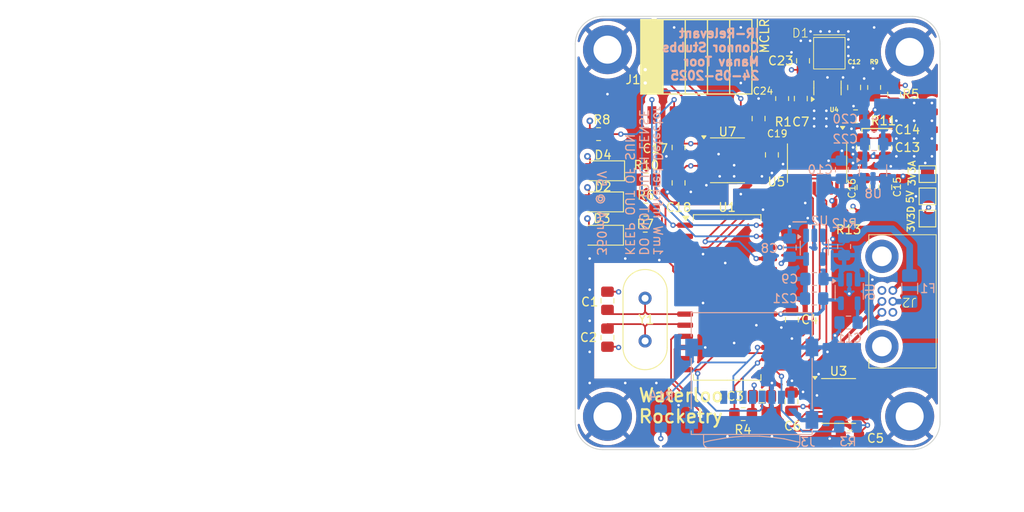
<source format=kicad_pcb>
(kicad_pcb (version 20240108) (generator "pcbnew") (generator_version "8.0")
  (layers (0 "F.Cu" jumper) (1 "In1.Cu" signal) (2 "In2.Cu" signal) (31 "B.Cu" signal) (34 "B.Paste" user) (35 "F.Paste" user) (36 "B.SilkS" user "B.Silkscreen") (37 "F.SilkS" user "F.Silkscreen") (38 "B.Mask" user) (39 "F.Mask" user) (44 "Edge.Cuts" user))
  (net 0 "")
  (net 1 "/OSC1")
  (net 2 "/OSC2")
  (net 3 "+3V3D")
  (net 4 "Net-(U5-CH0)")
  (net 5 "+5V")
  (net 6 "Net-(D2-K)")
  (net 7 "Net-(D3-K)")
  (net 8 "Net-(D1-A)")
  (net 9 "/~{MCLR}")
  (net 10 "/ICSPCLK")
  (net 11 "/ICSPDAT")
  (net 12 "/CS_SD")
  (net 13 "Net-(U1-RA2)")
  (net 14 "/CS_ADC")
  (net 16 "AGND")
  (net 17 "Net-(U6-BP)")
  (net 18 "Net-(U4-+)")
  (net 20 "/CANRX")
  (net 22 "/CANTX")
  (net 23 "Net-(D4-K)")
  (net 25 "Net-(U5-AVDD)")
  (net 26 "Net-(U5-DVDD)")
  (net 28 "/CURR_SENSE")
  (net 29 "/CANL")
  (net 30 "/CANH")
  (net 31 "+3V3A")
  (net 32 "Net-(U5-REFIN+)")
  (net 33 "Net-(U2-IN+)")
  (net 34 "Net-(J2-Pin_5)")
  (net 36 "Net-(U1-RA3)")
  (net 37 "Net-(U1-RA4)")
  (net 38 "/SCLK")
  (net 39 "/IRQ{slash}MDAT")
  (net 41 "/MISO")
  (net 42 "/MOSI")
  (net 43 "/MCLKIN")
  (net 54 "GND")
  (footprint "Capacitor_SMD:C_0805_2012Metric_Pad1.18x1.45mm_HandSolder" (layer "F.Cu") (at 185.42 91.3345 -90)
    (property "Reference" "C2")
    (property "Value" "27pF")
  )
  (footprint "Resistor_SMD:R_0805_2012Metric_Pad1.20x1.40mm_HandSolder" (layer "F.Cu") (at 205.3844 64.008 -90)
    (property "Reference" "R1")
    (property "Value" "3.2M")
  )
  (footprint "Package_TO_SOT_SMD:SOT-23-5" (layer "F.Cu") (at 210.566 62.7875 90)
    (property "Reference" "U4")
    (property "Value" "OPA323")
  )
  (footprint "canhw:PinSocket_5x2.54_SMD_90deg_952-3198-1-ND" (layer "F.Cu") (at 190.5 65.8875)
    (property "Reference" "J1")
    (property "Value" "Programming Header")
  )
  (footprint "Capacitor_SMD:C_0805_2012Metric_Pad1.18x1.45mm_HandSolder" (layer "F.Cu") (at 203.073 98.044 180)
    (property "Reference" "C3")
    (property "Value" "4.7uF")
  )
  (footprint "Capacitor_SMD:C_0805_2012Metric_Pad1.18x1.45mm_HandSolder" (layer "F.Cu") (at 193.548 73.646 -90)
    (property "Reference" "C18")
    (property "Value" "2.2uF")
  )
  (footprint "Capacitor_SMD:C_0805_2012Metric_Pad1.18x1.45mm_HandSolder" (layer "F.Cu") (at 204.216 70.446 -90)
    (property "Reference" "C19")
    (property "Value" "2.2uF")
  )
  (footprint "Capacitor_SMD:C_0805_2012Metric_Pad1.18x1.45mm_HandSolder" (layer "F.Cu") (at 206.502 89.281 -90)
    (property "Reference" "C4")
    (property "Value" "0.1uF")
  )
  (footprint "Resistor_SMD:R_0805_2012Metric_Pad1.20x1.40mm_HandSolder" (layer "F.Cu") (at 213.36 77.343 180)
    (property "Reference" "R13")
    (property "Value" "10R")
  )
  (footprint "TestPoint:TestPoint_Pad_1.5x1.5mm" (layer "F.Cu") (at 221.996 77.724)
    (property "Reference" "3V3D")
    (property "Value" "3V3D")
  )
  (footprint "canhw:connector_Harwin_G125–MG10605M4P" (layer "F.Cu") (at 216.789 87.192 90)
    (property "Reference" "J2")
    (property "Value" "CAN Bus Connector")
  )
  (footprint "TestPoint:TestPoint_Pad_1.5x1.5mm" (layer "F.Cu") (at 221.996 75.184)
    (property "Reference" "5V")
    (property "Value" "5v")
  )
  (footprint "Capacitor_SMD:C_0805_2012Metric_Pad1.18x1.45mm_HandSolder" (layer "F.Cu") (at 214.68 74.1415 90)
    (property "Reference" "C16")
    (property "Value" "0.1uF")
  )
  (footprint "Resistor_SMD:R_0805_2012Metric_Pad1.20x1.40mm_HandSolder" (layer "F.Cu") (at 189.865 73.279)
    (property "Reference" "R10")
    (property "Value" "90R")
  )
  (footprint "Package_SO:SOIC-8_3.9x4.9mm_P1.27mm" (layer "F.Cu") (at 199.136 71.0635)
    (property "Reference" "U7")
    (property "Value" "MCP1501-30xSN")
  )
  (footprint "Resistor_SMD:R_0805_2012Metric_Pad1.20x1.40mm_HandSolder" (layer "F.Cu") (at 215.9 62.738 -90)
    (property "Reference" "R9")
    (property "Value" "287R")
  )
  (footprint "Capacitor_SMD:C_0805_2012Metric_Pad1.18x1.45mm_HandSolder" (layer "F.Cu") (at 206.4512 98.6536 -90)
    (property "Reference" "C6")
    (property "Value" "10uF")
  )
  (footprint "Resistor_SMD:R_0805_2012Metric_Pad1.20x1.40mm_HandSolder" (layer "F.Cu") (at 218.186 63.5 -90)
    (property "Reference" "R5")
    (property "Value" "9.31k")
  )
  (footprint "LED_SMD:LED_1206_3216Metric_Pad1.42x1.75mm_HandSolder" (layer "F.Cu") (at 184.785 79.629 180)
    (property "Reference" "D3")
    (property "Value" "GREEN")
  )
  (footprint "Resistor_SMD:R_0805_2012Metric_Pad1.20x1.40mm_HandSolder" (layer "F.Cu") (at 189.7995 76.708)
    (property "Reference" "R6")
    (property "Value" "150R")
  )
  (footprint "Package_SO:SOIC-8_3.9x4.9mm_P1.27mm" (layer "F.Cu") (at 211.836 98.5735)
    (property "Reference" "U3")
    (property "Value" "MCP2562")
  )
  (footprint "Capacitor_SMD:C_0805_2012Metric_Pad1.18x1.45mm_HandSolder" (layer "F.Cu") (at 217.17 74.1465 90)
    (property "Reference" "C15")
    (property "Value" "0.1uF")
  )
  (footprint "Capacitor_SMD:C_0805_2012Metric_Pad1.18x1.45mm_HandSolder" (layer "F.Cu") (at 207.772 59.69 90)
    (property "Reference" "C23")
    (property "Value" "0.1uF")
  )
  (footprint "Resistor_SMD:R_0805_2012Metric_Pad1.20x1.40mm_HandSolder" (layer "F.Cu") (at 189.738 80.01)
    (property "Reference" "R7")
    (property "Value" "150R")
  )
  (footprint "MountingHole:MountingHole_3.2mm_M3_DIN965_Pad" (layer "F.Cu") (at 219.964 58.674)
    (property "Reference" "H1" (hide yes))
    (property "Value" "MountingHole_Pad")
  )
  (footprint "MountingHole:MountingHole_3.2mm_M3_DIN965_Pad" (layer "F.Cu") (at 185.42 58.42)
    (property "Reference" "H4" (hide yes))
    (property "Value" "MountingHole_Pad")
  )
  (footprint "Resistor_SMD:R_0805_2012Metric_Pad1.20x1.40mm_HandSolder" (layer "F.Cu") (at 200.93 100.076 180)
    (property "Reference" "R4")
    (property "Value" "10kR")
  )
  (footprint "MountingHole:MountingHole_3.2mm_M3_DIN965_Pad" (layer "F.Cu") (at 185.42 100.33)
    (property "Reference" "H3" (hide yes))
    (property "Value" "MountingHole_Pad")
  )
  (footprint "SensorBoardFootprints:P16612-011CA" (layer "F.Cu") (at 217.7796 58.7248 -90)
    (property "Reference" "D1")
    (property "Value" "P16612-011CA")
  )
  (footprint "Capacitor_SMD:C_0805_2012Metric_Pad1.18x1.45mm_HandSolder" (layer "F.Cu") (at 213.1353 102.7176)
    (property "Reference" "C5")
    (property "Value" "0.1uF")
  )
  (footprint "Capacitor_SMD:C_0805_2012Metric_Pad1.18x1.45mm_HandSolder" (layer "F.Cu") (at 185.42 87.122 90)
    (property "Reference" "C1")
    (property "Value" "27pF")
  )
  (footprint "Capacitor_SMD:C_0805_2012Metric_Pad1.18x1.45mm_HandSolder" (layer "F.Cu") (at 202.692 66.294 90)
    (property "Reference" "C24")
    (property "Value" "10uF")
  )
  (footprint "LED_SMD:LED_1206_3216Metric_Pad1.42x1.75mm_HandSolder" (layer "F.Cu") (at 184.785 75.819 180)
    (property "Reference" "D2")
    (property "Value" "RED")
  )
  (footprint "Package_SO:TSSOP-20_4.4x6.5mm_P0.65mm" (layer "F.Cu") (at 209.375 71.386 -90)
    (property "Reference" "U5")
    (property "Value" "MCP3561-E/ST")
  )
  (footprint "Capacitor_SMD:C_0805_2012Metric_Pad1.18x1.45mm_HandSolder" (layer "F.Cu") (at 217.17 69.6225 90)
    (property "Reference" "C13")
    (property "Value" "0.1uF")
  )
  (footprint "MountingHole:MountingHole_3.2mm_M3_DIN965_Pad" (layer "F.Cu") (at 219.964 100.33)
    (property "Reference" "H2" (hide yes))
    (property "Value" "MountingHole_Pad")
  )
  (footprint "Resistor_SMD:R_0805_2012Metric_Pad1.20x1.40mm_HandSolder" (layer "F.Cu") (at 184.404 68.072)
    (property "Reference" "R8")
    (property "Value" "10kR")
  )
  (footprint "Capacitor_SMD:C_0805_2012Metric_Pad1.18x1.45mm_HandSolder" (layer "F.Cu") (at 214.63 69.6175 90)
    (property "Reference" "C14")
    (property "Value" "0.1uF")
  )
  (footprint "LED_SMD:LED_1206_3216Metric_Pad1.42x1.75mm_HandSolder" (layer "F.Cu") (at 184.912 72.263 180)
    (property "Reference" "D4")
    (property "Value" "BLUE")
  )
  (footprint "Resistor_SMD:R_0805_2012Metric_Pad1.20x1.40mm_HandSolder" (layer "F.Cu") (at 213.775 66.04 180)
    (property "Reference" "R11")
    (property "Value" "10R")
  )
  (footprint "Capacitor_SMD:C_0805_2012Metric_Pad1.18x1.45mm_HandSolder" (layer "F.Cu") (at 193.548 69.596 -90)
    (property "Reference" "C17")
    (property "Value" "0.1uF")
  )
  (footprint "Crystal:Crystal_HC49-4H_Vertical" (layer "F.Cu") (at 189.72 86.8315 -90)
    (property "Reference" "Y1")
    (property "Value" "12MHz Crystal")
  )
  (footprint "Capacitor_SMD:C_0805_2012Metric_Pad1.18x1.45mm_HandSolder" (layer "F.Cu") (at 213.614 62.738 -90)
    (property "Reference" "C12")
    (property "Value" "1uF")
  )
  (footprint "Capacitor_SMD:C_0805_2012Metric_Pad1.18x1.45mm_HandSolder" (layer "F.Cu") (at 207.518 64.008 -90)
    (property "Reference" "C7")
    (property "Value" "4.7pF")
  )
  (footprint "TestPoint:TestPoint_Pad_1.5x1.5mm" (layer "F.Cu") (at 221.996 72.644)
    (property "Reference" "3V3A")
    (property "Value" "3V3A")
  )
  (footprint "Package_SO:SOIC-28W_7.5x18.7mm_P1.27mm" (layer "F.Cu") (at 199.1 86.741)
    (property "Reference" "U1")
    (property "Value" "PIC18F26K83")
  )
  (footprint "Package_TO_SOT_SMD:SOT-23-5_HandSoldering" (layer "B.Cu") (at 209.0674 81.0006 -90)
    (property "Reference" "U2")
    (property "Value" "INA180")
  )
  (footprint "Capacitor_SMD:C_0805_2012Metric_Pad1.18x1.45mm_HandSolder" (layer "B.Cu") (at 215.9 67.056 180)
    (property "Reference" "C20")
    (property "Value" "0.1uF")
  )
  (footprint "Capacitor_SMD:C_0805_2012Metric_Pad1.18x1.45mm_HandSolder" (layer "B.Cu") (at 212.217 72.136 90)
    (property "Reference" "C10")
    (property "Value" "0.1uF")
  )
  (footprint "Capacitor_SMD:C_0805_2012Metric_Pad1.18x1.45mm_HandSolder" (layer "B.Cu") (at 206.248 81.0476 90)
    (property "Reference" "C8")
    (property "Value" "0.1uF")
  )
  (footprint "Resistor_SMD:R_0805_2012Metric_Pad1.20x1.40mm_HandSolder" (layer "B.Cu") (at 212.9028 101.4984 180)
    (property "Reference" "R3")
    (property "Value" "10kR")
  )
  (footprint "Capacitor_SMD:C_0805_2012Metric_Pad1.18x1.45mm_HandSolder" (layer "B.Cu") (at 212.9751 89.6112 180)
    (property "Reference" "C11")
    (property "Value" "10nF")
  )
  (footprint "Capacitor_SMD:C_0805_2012Metric_Pad1.18x1.45mm_HandSolder" (layer "B.Cu") (at 209.0713 84.6328 180)
    (property "Reference" "C9")
    (property "Value" "1uF")
  )
  (footprint "canhw:microSD_Molex_WM6698CT-ND" (layer "B.Cu") (at 208.788 100.756 180)
    (property "Reference" "J3")
    (property "Value" "Micro_SD_Card")
  )
  (footprint "Capacitor_SMD:C_0805_2012Metric_Pad1.18x1.45mm_HandSolder" (layer "B.Cu") (at 209.042 86.868 180)
    (property "Reference" "C21")
    (property "Value" "1uF")
  )
  (footprint "Fuse:Fuse_1206_3216Metric_Pad1.42x1.75mm_HandSolder" (layer "B.Cu") (at 219.964 85.725 90)
    (property "Reference" "F1")
    (property "Value" "350mA Polyfuse")
  )
  (footprint "Package_TO_SOT_SMD:SOT-23-5_HandSoldering" (layer "B.Cu") (at 213.0552 86.0552 -90)
    (property "Reference" "U6")
    (property "Value" "SPX3819M5-L-3-3")
  )
  (footprint "Resistor_SMD:R_0805_2012Metric_Pad1.20x1.40mm_HandSolder" (layer "B.Cu") (at 191.516 100.584 90)
    (property "Reference" "R14")
    (property "Value" "10kR")
  )
  (footprint "Capacitor_SMD:C_0805_2012Metric_Pad1.18x1.45mm_HandSolder" (layer "B.Cu") (at 215.9 69.215 180)
    (property "Reference" "C22")
    (property "Value" "10uF")
  )
  (footprint "Resistor_SMD:R_0805_2012Metric_Pad1.20x1.40mm_HandSolder" (layer "B.Cu") (at 212.471 80.915 90)
    (property "Reference" "R12")
    (property "Value" "93.1mR")
  )
  (footprint "Package_TO_SOT_SMD:SOT-23" (layer "B.Cu") (at 215.773 72.2145 -90)
    (property "Reference" "U8")
    (property "Value" "MCP1754S-3302xCB")
  )
  (gr_line (start 208.153 78.105) (end 206.629 78.105) (stroke (width 0.15)) (layer "B.SilkS"))
  (gr_line (start 214.503 67.437) (end 214.503 67.818) (stroke (width 0.15)) (layer "F.SilkS"))
  (gr_line (start 217.932 67.437) (end 214.503 67.437) (stroke (width 0.15)) (layer "F.SilkS"))
  (gr_line (start 220.258936 104.14) (end 184.912 104.14) (stroke (width 0.1)) (layer "Edge.Cuts"))
  (gr_arc (start 220.258936 54.61) (mid 222.504 55.539936) (end 223.433936 57.785) (stroke (width 0.1)) (layer "Edge.Cuts"))
  (gr_arc (start 184.912 104.14) (mid 182.666936 103.210064) (end 181.737 100.965) (stroke (width 0.1)) (layer "Edge.Cuts"))
  (gr_arc (start 181.737 57.785) (mid 182.666936 55.539936) (end 184.912 54.61) (stroke (width 0.1)) (layer "Edge.Cuts"))
  (gr_line (start 184.912 54.61) (end 220.258936 54.61) (stroke (width 0.1)) (layer "Edge.Cuts"))
  (gr_line (start 181.737 100.965) (end 181.737 57.785) (stroke (width 0.1)) (layer "Edge.Cuts"))
  (gr_line (start 223.433936 57.785) (end 223.433936 100.965) (stroke (width 0.1)) (layer "Edge.Cuts"))
  (gr_arc (start 223.433936 100.965) (mid 222.504 103.210064) (end 220.258936 104.14) (stroke (width 0.1)) (layer "Edge.Cuts"))
  (gr_text "IR-Relevant\nConnor Stubbs\nManav Toor\n24-05-2025\n" (at 202.8952 61.976 0) (layer "B.SilkS") (effects (font (size 1 1) (thickness 0.25) (bold yes)) (justify left bottom mirror)))
  (gr_text "1mW Infrared Detector\nDO NOT TOUCH LENSE\nKEEP OUT OF SUN\n\n350mA @ 5V " (at 184.15 82.042 270) (layer "B.SilkS") (effects (font (size 1 1)) (justify left bottom mirror)))
  (gr_text "~{MCLR}" (at 203.962 58.928 90) (layer "F.SilkS") (effects (font (size 1 1)) (justify left bottom)))
  (gr_text "Waterloo \nRocketry" (at 188.849 101.219 0) (layer "F.SilkS") (effects (font (size 1.5 1.5) (thickness 0.25) (bold yes)) (justify left bottom)))
  (segment (start 189.72 86.8315) (end 189.72 88.247) (width 0.2032) (layer "F.Cu") (net 1))
  (segment (start 189.72 88.247) (end 189.72 88.374) (width 0.2032) (layer "F.Cu") (net 1))
  (segment (start 189.992 88.646) (end 194.3 88.646) (width 0.2032) (layer "F.Cu") (net 1))
  (segment (start 189.72 88.41) (end 189.484 88.646) (width 0.2032) (layer "F.Cu") (net 1))
  (segment (start 189.484 88.646) (end 185.42 88.646) (width 0.2032) (layer "F.Cu") (net 1))
  (segment (start 189.72 88.374) (end 189.992 88.646) (width 0.2032) (layer "F.Cu") (net 1))
  (segment (start 185.42 88.646) (end 185.42 88.1595) (width 0.2032) (layer "F.Cu") (net 1))
  (segment (start 189.72 88.247) (end 189.72 88.41) (width 0.2032) (layer "F.Cu") (net 1))
  (segment (start 189.72 91.7115) (end 189.72 90.188) (width 0.2032) (layer "F.Cu") (net 2))
  (segment (start 189.992 89.789) (end 194.173 89.789) (width 0.2032) (layer "F.Cu") (net 2))
  (segment (start 189.72 90.061) (end 189.448 89.789) (width 0.2032) (layer "F.Cu") (net 2))
  (segment (start 189.72 90.061) (end 189.992 89.789) (width 0.2032) (layer "F.Cu") (net 2))
  (segment (start 185.42 89.789) (end 185.42 90.4025) (width 0.2032) (layer "F.Cu") (net 2))
  (segment (start 189.448 89.789) (end 185.42 89.789) (width 0.2032) (layer "F.Cu") (net 2))
  (segment (start 189.72 90.188) (end 189.72 90.061) (width 0.2032) (layer "F.Cu") (net 2))
  (segment (start 194.173 89.789) (end 194.3 89.916) (width 0.2032) (layer "F.Cu") (net 2))
  (segment (start 222.123 76.454) (end 221.742 76.835) (width 0.2032) (layer "F.Cu") (net 3))
  (segment (start 214.3975 102.0865) (end 215.138 101.346) (width 0.2032) (layer "F.Cu") (net 3))
  (segment (start 203.9 88.646) (end 205.232 88.646) (width 0.2032) (layer "F.Cu") (net 3))
  (segment (start 192.9385 60.706) (end 189.738 60.706) (width 0.2032) (layer "F.Cu") (net 3))
  (segment (start 198.12 65.8875) (end 192.9385 60.706) (width 0.2032) (layer "F.Cu") (net 3))
  (segment (start 214.311 100.519) (end 215.138 101.346) (width 0.2032) (layer "F.Cu") (net 3))
  (segment (start 221.742 76.835) (end 221.742 77.724) (width 0.2032) (layer "F.Cu") (net 3))
  (segment (start 202.0355 98.044) (end 202.0355 99.9705) (width 0.381) (layer "F.Cu") (net 3))
  (segment (start 202.168 96.79) (end 202.184 96.774) (width 0.2032) (layer "F.Cu") (net 3))
  (segment (start 214.36 77.2) (end 214.36 77.343) (width 0.2032) (layer "F.Cu") (net 3))
  (segment (start 202.0355 98.1765) (end 202.168 98.044) (width 0.381) (layer "F.Cu") (net 3))
  (segment (start 202.168 98.044) (end 202.168 96.79) (width 0.2032) (layer "F.Cu") (net 3))
  (segment (start 202.0355 99.9705) (end 201.93 100.076) (width 0.381) (layer "F.Cu") (net 3))
  (segment (start 206.502 88.2435) (end 205.6345 88.2435) (width 0.2032) (layer "F.Cu") (net 3))
  (segment (start 183.404 68.072) (end 183.404 66.564) (width 0.2032) (layer "F.Cu") (net 3))
  (segment (start 214.311 100.4785) (end 214.311 100.519) (width 0.2032) (layer "F.Cu") (net 3))
  (segment (start 213.487 76.327) (end 214.36 77.2) (width 0.2032) (layer "F.Cu") (net 3))
  (segment (start 214.3975 102.616) (end 214.3975 102.0865) (width 0.2032) (layer "F.Cu") (net 3))
  (segment (start 205.6345 88.2435) (end 205.232 88.646) (width 0.2032) (layer "F.Cu") (net 3))
  (via (at 205.2828 82.8548) (size 0.6) (drill 0.3) (layers "F.Cu" "B.Cu") (net 3))
  (via (at 215.138 101.346) (size 0.6) (drill 0.3) (layers "F.Cu" "B.Cu") (net 3))
  (via (at 213.487 76.327) (size 0.6) (drill 0.3) (layers "F.Cu" "B.Cu") (net 3))
  (via (at 183.404 66.564) (size 0.762) (drill 0.381) (layers "F.Cu" "B.Cu") (net 3))
  (via (at 191.516 102.87) (size 0.6) (drill 0.3) (layers "F.Cu" "B.Cu") (net 3))
  (via (at 205.232 88.646) (size 0.6) (drill 0.3) (layers "F.Cu" "B.Cu") (net 3))
  (via (at 202.184 96.774) (size 0.6) (drill 0.3) (layers "F.Cu" "B.Cu") (net 3))
  (via (at 189.738 60.706) (size 0.762) (drill 0.381) (layers "F.Cu" "B.Cu") (net 3))
  (via (at 222.123 76.454) (size 0.6) (drill 0.3) (layers "F.Cu" "B.Cu") (net 3))
  (segment (start 210.0795 88.0657) (end 209.4992 88.646) (width 0.381) (layer "B.Cu") (net 3))
  (segment (start 205.2828 82.8548) (end 205.956041 82.181559) (width 0.381) (layer "B.Cu") (net 3))
  (segment (start 213.9028 101.4984) (end 214.0552 101.346) (width 0.2032) (layer "B.Cu") (net 3))
  (segment (start 211.7204 87.0204) (end 210.2319 87.0204) (width 0.381) (layer "B.Cu") (net 3))
  (segment (start 210.0795 86.868) (end 210.0795 88.0657) (width 0.381) (layer "B.Cu") (net 3))
  (segment (start 202.184 96.774) (end 202.184 97.98) (width 0.2032) (layer "B.Cu") (net 3))
  (segment (start 210.2319 87.0204) (end 210.0795 86.868) (width 0.381) (layer "B.Cu") (net 3))
  (segment (start 206.0525 82.0851) (end 206.248 82.0851) (width 0.2032) (layer "B.Cu") (net 3))
  (segment (start 212.1052 87.4052) (end 211.7204 87.0204) (width 0.381) (layer "B.Cu") (net 3))
  (segment (start 191.516 102.87) (end 191.516 101.584) (width 0.2032) (layer "B.Cu") (net 3))
  (segment (start 209.4992 88.646) (end 205.232 88.646) (width 0.381) (layer "B.Cu") (net 3))
  (segment (start 214.0552 101.346) (end 215.138 101.346) (width 0.2032) (layer "B.Cu") (net 3))
  (segment (start 205.2828 82.8548) (end 206.0525 82.0851) (width 0.2032) (layer "B.Cu") (net 3))
  (segment (start 205.956041 82.181559) (end 207.948359 82.181559) (width 0.381) (layer "B.Cu") (net 3))
  (segment (start 207.948359 82.181559) (end 208.1174 82.3506) (width 0.2032) (layer "B.Cu") (net 3))
  (segment (start 202.184 97.98) (end 202.008 98.156) (width 0.2032) (layer "B.Cu") (net 3))
  (segment (start 207.518 65.0455) (end 208.4955 65.0455) (width 0.2032) (layer "F.Cu") (net 4))
  (segment (start 209.7 64.009) (end 209.7 68.5235) (width 0.2032) (layer "F.Cu") (net 4))
  (segment (start 205.3844 65.008) (end 207.143 65.008) (width 0.2032) (layer "F.Cu") (net 4))
  (segment (start 208.4955 65.0455) (end 209.616 63.925) (width 0.2032) (layer "F.Cu") (net 4))
  (segment (start 209.616 63.925) (end 209.7 64.009) (width 0.2032) (layer "F.Cu") (net 4))
  (segment (start 209.616 64.582) (end 209.616 63.925) (width 0.2032) (layer "F.Cu") (net 4))
  (segment (start 183.4245 70.9025) (end 183.4245 72.263) (width 0.2032) (layer "F.Cu") (net 5))
  (segment (start 221.742 75.184) (end 220.6752 75.184) (width 0.2032) (layer "F.Cu") (net 5))
  (segment (start 206.4512 99.6911) (end 206.9338 99.2085) (width 0.2032) (layer "F.Cu") (net 5))
  (segment (start 183.134 70.612) (end 183.4245 70.9025) (width 0.2032) (layer "F.Cu") (net 5))
  (segment (start 206.9338 99.2085) (end 207.772 99.2085) (width 0.2032) (layer "F.Cu") (net 5))
  (segment (start 183.2975 74.3315) (end 183.2975 75.819) (width 0.2032) (layer "F.Cu") (net 5))
  (segment (start 183.2975 77.8875) (end 183.2975 79.629) (width 0.2032) (layer "F.Cu") (net 5))
  (segment (start 183.134 77.724) (end 183.2975 77.8875) (width 0.2032) (layer "F.Cu") (net 5))
  (segment (start 183.134 74.168) (end 183.2975 74.3315) (width 0.2032) (layer "F.Cu") (net 5))
  (segment (start 207.772 99.2085) (end 209.361 99.2085) (width 0.2032) (layer "F.Cu") (net 5))
  (via (at 220.6752 75.184) (size 0.6) (drill 0.3) (layers "F.Cu" "B.Cu") (net 5))
  (via (at 183.134 77.724) (size 0.762) (drill 0.381) (layers "F.Cu" "B.Cu") (net 5))
  (via (at 215.6968 84.7052) (size 0.6) (drill 0.3) (layers "F.Cu" "B.Cu") (net 5))
  (via (at 183.134 70.612) (size 0.762) (drill 0.381) (layers "F.Cu" "B.Cu") (net 5))
  (via (at 207.772 99.2085) (size 0.6) (drill 0.3) (layers "F.Cu" "B.Cu") (net 5))
  (via (at 183.134 74.168) (size 0.762) (drill 0.381) (layers "F.Cu" "B.Cu") (net 5))
  (segment (start 212.1052 83.925201) (end 212.515201 83.5152) (width 0.381) (layer "B.Cu") (net 5))
  (segment (start 212.515201 83.5152) (end 213.614 83.5152) (width 0.381) (layer "B.Cu") (net 5))
  (segment (start 210.0174 82.3506) (end 210.0174 81.2698) (width 0.2032) (layer "B.Cu") (net 5))
  (segment (start 212.2006 81.1138) (end 212.471 81.3842) (width 0.2032) (layer "B.Cu") (net 5))
  (segment (start 212.1052 84.7052) (end 212.1052 83.925201) (width 0.381) (layer "B.Cu") (net 5))
  (segment (start 213.614 83.5152) (end 214.0052 83.9064) (width 0.381) (layer "B.Cu") (net 5))
  (segment (start 210.1734 81.1138) (end 212.2006 81.1138) (width 0.2032) (layer "B.Cu") (net 5))
  (segment (start 214.0052 83.9064) (end 214.0052 84.7052) (width 0.381) (layer "B.Cu") (net 5))
  (segment (start 212.471 81.3842) (end 212.471 81.915) (width 0.2032) (layer "B.Cu") (net 5))
  (segment (start 210.0174 81.2698) (end 210.1734 81.1138) (width 0.2032) (layer "B.Cu") (net 5))
  (segment (start 215.6968 84.7052) (end 214.0052 84.7052) (width 0.508) (layer "B.Cu") (net 5))
  (segment (start 186.2725 75.819) (end 187.452 75.819) (width 0.2032) (layer "F.Cu") (net 6))
  (segment (start 188.341 76.708) (end 188.7995 76.708) (width 0.2032) (layer "F.Cu") (net 6))
  (segment (start 187.452 75.819) (end 188.341 76.708) (width 0.2032) (layer "F.Cu") (net 6))
  (segment (start 186.2725 79.629) (end 188.357 79.629) (width 0.2032) (layer "F.Cu") (net 7))
  (segment (start 188.357 79.629) (end 188.738 80.01) (width 0.2032) (layer "F.Cu") (net 7))
  (segment (start 209.260658 62.9705) (end 205.4219 62.9705) (width 0.2032) (layer "F.Cu") (net 8))
  (segment (start 210.9431 62.9705) (end 210.9303 62.9577) (width 0.2032) (layer "F.Cu") (net 8))
  (segment (start 210.9303 62.9577) (end 209.273458 62.9577) (width 0.2032) (layer "F.Cu") (net 8))
  (segment (start 211.516 61.65) (end 211.516 60.4612) (width 0.508) (layer "F.Cu") (net 8))
  (segment (start 209.273458 62.9577) (end 209.260658 62.9705) (width 0.2032) (layer "F.Cu") (net 8))
  (segment (start 205.4219 62.9705) (end 205.3844 63.008) (width 0.2032) (layer "F.Cu") (net 8))
  (segment (start 211.516 61.65) (end 211.516 62.3976) (width 0.2032) (layer "F.Cu") (net 8))
  (segment (start 210.318 59.452) (end 210.5908 59.7248) (width 0.2032) (layer "F.Cu") (net 8))
  (segment (start 211.516 62.3976) (end 210.9431 62.9705) (width 0.2032) (layer "F.Cu") (net 8))
  (segment (start 210.5908 59.7248) (end 210.7796 59.7248) (width 0.2032) (layer "F.Cu") (net 8))
  (segment (start 211.516 60.4612) (end 210.7796 59.7248) (width 0.508) (layer "F.Cu") (net 8))
  (segment (start 200.66 65.8875) (end 200.66 64.008) (width 0.2032) (layer "F.Cu") (net 9))
  (segment (start 194.3 78.486) (end 192.913 78.486) (width 0.2032) (layer "F.Cu") (net 9))
  (segment (start 185.404 68.072) (end 186.944 68.072) (width 0.2032) (layer "F.Cu") (net 9))
  (via (at 186.944 68.072) (size 0.6) (drill 0.3) (layers "F.Cu" "B.Cu") (net 9))
  (via (at 200.66 64.008) (size 0.6) (drill 0.3) (layers "F.Cu" "B.Cu") (net 9))
  (via (at 192.913 78.486) (size 0.6) (drill 0.3) (layers "F.Cu" "B.Cu") (net 9))
  (segment (start 192.913 78.486) (end 189.357 74.93) (width 0.2032) (layer "B.Cu") (net 9))
  (segment (start 190.119 63.119) (end 199.771 63.119) (width 0.2032) (layer "B.Cu") (net 9))
  (segment (start 189.357 74.93) (end 189.357 67.437) (width 0.2032) (layer "B.Cu") (net 9))
  (segment (start 189.357 63.881) (end 190.119 63.119) (width 0.2032) (layer "B.Cu") (net 9))
  (segment (start 188.722 68.072) (end 189.357 67.437) (width 0.2032) (layer "B.Cu") (net 9))
  (segment (start 199.771 63.119) (end 200.66 64.008) (width 0.2032) (layer "B.Cu") (net 9))
  (segment (start 186.944 68.072) (end 188.722 68.072) (width 0.2032) (layer "B.Cu") (net 9))
  (segment (start 189.357 67.437) (end 189.357 63.881) (width 0.2032) (layer "B.Cu") (net 9))
  (segment (start 203.9 79.756) (end 202.438 79.756) (width 0.2032) (layer "F.Cu") (net 10))
  (segment (start 190.5 65.8875) (end 190.5 64.135) (width 0.2032) (layer "F.Cu") (net 10))
  (via (at 202.438 79.756) (size 0.6) (drill 0.3) (layers "F.Cu" "B.Cu") (net 10))
  (via (at 190.5 64.135) (size 0.6) (drill 0.3) (layers "F.Cu" "B.Cu") (net 10))
  (segment (start 190.5 64.135) (end 190.5 74.803) (width 0.2032) (layer "B.Cu") (net 10))
  (segment (start 195.453 79.756) (end 202.438 79.756) (width 0.2032) (layer "B.Cu") (net 10))
  (segment (start 190.5 74.803) (end 195.453 79.756) (width 0.2032) (layer "B.Cu") (net 10))
  (segment (start 202.438 78.486) (end 202.311 78.486) (width 0.2032) (layer "F.Cu") (net 11))
  (segment (start 203.9 78.486) (end 202.438 78.486) (width 0.2032) (layer "F.Cu") (net 11))
  (segment (start 193.04 65.8875) (end 193.04 64.135) (width 0.2032) (layer "F.Cu") (net 11))
  (via (at 202.438 78.486) (size 0.6) (drill 0.3) (layers "F.Cu" "B.Cu") (net 11))
  (via (at 193.04 64.135) (size 0.6) (drill 0.3) (layers "F.Cu" "B.Cu") (net 11))
  (segment (start 191.008 74.295) (end 195.199 78.486) (width 0.2032) (layer "B.Cu") (net 11))
  (segment (start 195.199 78.486) (end 202.438 78.486) (width 0.2032) (layer "B.Cu") (net 11))
  (segment (start 193.04 64.135) (end 191.008 66.167) (width 0.2032) (layer "B.Cu") (net 11))
  (segment (start 191.008 66.167) (end 191.008 74.295) (width 0.2032) (layer "B.Cu") (net 11))
  (segment (start 202.565 92.456) (end 203.9 92.456) (width 0.2032) (layer "F.Cu") (net 12))
  (via (at 202.565 92.456) (size 0.6) (drill 0.3) (layers "F.Cu" "B.Cu") (net 12))
  (segment (start 201.3585 94.1705) (end 199.808 95.721) (width 0.2032) (layer "B.Cu") (net 12))
  (segment (start 202.565 92.456) (end 202.565 92.964) (width 0.2032) (layer "B.Cu") (net 12))
  (segment (start 191.516 98.788883) (end 196.134383 94.1705) (width 0.2032) (layer "B.Cu") (net 12))
  (segment (start 202.565 92.964) (end 201.3585 94.1705) (width 0.2032) (layer "B.Cu") (net 12))
  (segment (start 191.516 99.584) (end 191.516 98.788883) (width 0.2032) (layer "B.Cu") (net 12))
  (segment (start 199.808 95.721) (end 199.808 98.156) (width 0.2032) (layer "B.Cu") (net 12))
  (segment (start 196.134383 94.1705) (end 201.3585 94.1705) (width 0.2032) (layer "B.Cu") (net 12))
  (segment (start 190.881 73.295) (end 190.865 73.279) (width 0.2032) (layer "F.Cu") (net 13))
  (segment (start 192.0492 76.366166) (end 190.881 75.197966) (width 0.2032) (layer "F.Cu") (net 13))
  (segment (start 193.400001 82.296) (end 192.0492 80.945199) (width 0.2032) (layer "F.Cu") (net 13))
  (segment (start 194.3 82.296) (end 193.400001 82.296) (width 0.2032) (layer "F.Cu") (net 13))
  (segment (start 190.881 75.197966) (end 190.881 73.295) (width 0.2032) (layer "F.Cu") (net 13))
  (segment (start 192.0492 80.945199) (end 192.0492 76.366166) (width 0.2032) (layer "F.Cu") (net 13))
  (segment (start 207.75 74.985999) (end 207.043999 75.692) (width 0.2032) (layer "F.Cu") (net 14))
  (segment (start 197.866 84.836) (end 196.596 86.106) (width 0.2032) (layer "F.Cu") (net 14))
  (segment (start 207.75 74.2485) (end 207.75 74.985999) (width 0.2032) (layer "F.Cu") (net 14))
  (segment (start 203.2 75.692) (end 197.866 81.026) (width 0.2032) (layer "F.Cu") (net 14))
  (segment (start 207.043999 75.692) (end 203.2 75.692) (width 0.2032) (layer "F.Cu") (net 14))
  (segment (start 197.866 81.026) (end 197.866 84.836) (width 0.2032) (layer "F.Cu") (net 14))
  (segment (start 196.596 86.106) (end 194.3 86.106) (width 0.2032) (layer "F.Cu") (net 14))
  (segment (start 211.65 69.41) (end 211.65 68.5235) (width 0.2032) (layer "F.Cu") (net 16))
  (segment (start 211 69.776) (end 211.074 69.85) (width 0.2032) (layer "F.Cu") (net 16))
  (segment (start 212.217 69.977) (end 211.65 69.41) (width 0.2032) (layer "F.Cu") (net 16))
  (segment (start 209.05 67.191) (end 209.042 67.183) (width 0.2032) (layer "F.Cu") (net 16))
  (segment (start 210.566 63.925) (end 210.566 66.167) (width 0.5) (layer "F.Cu") (net 16))
  (segment (start 211 67.744) (end 210.439 67.183) (width 0.2032) (layer "F.Cu") (net 16))
  (segment (start 211.65 67.2282) (end 211.6952 67.183) (width 0.2032) (layer "F.Cu") (net 16))
  (segment (start 211.65 68.5235) (end 211.65 67.2282) (width 0.2032) (layer "F.Cu") (net 16))
  (segment (start 211 68.5235) (end 211 69.776) (width 0.2032) (layer "F.Cu") (net 16))
  (segment (start 211 68.5235) (end 211 67.744) (width 0.2032) (layer "F.Cu") (net 16))
  (segment (start 210.566 66.167) (end 210.439 66.294) (width 0.5) (layer "F.Cu") (net 16))
  (segment (start 209.05 68.5235) (end 209.05 67.191) (width 0.2032) (layer "F.Cu") (net 16))
  (via (at 215.773 60.579) (size 0.6) (drill 0.3) (layers "F.Cu" "B.Cu") (net 16))
  (via (at 210.566 61.595) (size 0.6) (drill 0.3) (layers "F.Cu" "B.Cu") (net 16))
  (via (at 210.693 71.12) (size 0.6) (drill 0.3) (layers "F.Cu" "B.Cu") (net 16))
  (via (at 213.543208 64.8716) (size 0.6) (drill 0.3) (layers "F.Cu" "B.Cu") (net 16))
  (via (at 204.216 72.517) (size 0.6) (drill 0.3) (layers "F.Cu" "B.Cu") (net 16))
  (via (at 208.5848 57.404) (size 0.6) (drill 0.3) (layers "F.Cu" "B.Cu") (net 16))
  (via (at 200.66 62.23) (size 0.6) (drill 0.3) (layers "F.Cu" "B.Cu") (net 16))
  (via (at 213.487 70.358) (size 0.6) (drill 0.3) (layers "F.Cu" "B.Cu") (net 16))
  (via (at 213.3092 67.4624) (size 0.6) (drill 0.3) (layers "F.Cu" "B.Cu") (net 16))
  (via (at 203.073 72.898) (size 0.6) (drill 0.3) (layers "F.Cu" "B.Cu") (net 16))
  (via (at 192.278 74.676) (size 0.6) (drill 0.3) (layers "F.Cu" "B.Cu") (net 16))
  (via (at 210.439 67.183) (size 0.6) (drill 0.3) (layers "F.Cu" "B.Cu") (net 16))
  (via (at 210.7946 56.3372) (size 0.6) (drill 0.3) (layers "F.Cu" "B.Cu") (net 16))
  (via (at 202.692 64.008) (size 0.6) (drill 0.3) (layers "F.Cu" "B.Cu") (net 16))
  (via (at 212.344 61.595) (size 0.6) (drill 0.3) (layers "F.Cu" "B.Cu") (net 16))
  (via (at 209.042 65.405) (size 0.6) (drill 0.3) (layers "F.Cu" "B.Cu") (net 16))
  (via (at 213.487 69.596) (size 0.6) (drill 0.3) (layers "F.Cu" "B.Cu") (net 16))
  (via (at 205.486 71.501) (size 0.6) (drill 0.3) (layers "F.Cu" "B.Cu") (net 16))
  (via (at 193.04 55.88) (size 0.6) (drill 0.3) (layers "F.Cu" "B.Cu") (net 16))
  (via (at 206.4512 58.7248) (size 0.6) (drill 0.3) (layers "F.Cu" "B.Cu") (net 16))
  (via (at 210.439 66.294) (size 0.6) (drill 0.3) (layers "F.Cu" "B.Cu") (net 16))
  (via (at 209.7786 56.3372) (size 0.6) (drill 0.3) (layers "F.Cu" "B.Cu") (net 16))
  (via (at 212.9536 59.1312) (size 0.6) (drill 0.3) (layers "F.Cu" "B.Cu") (net 16))
  (via (at 212.217 69.977) (size 0.6) (drill 0.3) (layers "F.Cu" "B.Cu") (net 16))
  (via (at 215.9 55.88) (size 0.6) (drill 0.3) (layers "F.Cu" "B.Cu") (net 16))
  (via (at 209.042 66.294) (size 0.6) (drill 0.3) (layers "F.Cu" "B.Cu") (net 16))
  (via (at 196.723 73.914) (size 0.6) (drill 0.3) (layers "F.Cu" "B.Cu") (net 16))
  (via (at 208.6356 56.3372) (size 0.6) (drill 0.3) (layers "F.Cu" "B.Cu") (net 16))
  (via (at 198.12 70.358) (size 0.6) (drill 0.3) (layers "F.Cu" "B.Cu") (net 16))
  (via (at 192.151 70.612) (size 0.6) (drill 0.3) (layers "F.Cu" "B.Cu") (net 16))
  (via (at 209.042 67.183) (size 0.6) (drill 0.3) (layers "F.Cu" "B.Cu") (net 16))
  (via (at 207.518 57.404) (size 0.6) (drill 0.3) (layers "F.Cu" "B.Cu") (net 16))
  (via (at 212.9536 57.2516) (size 0.6) (drill 0.3) (layers "F.Cu" "B.Cu") (net 16))
  (via (at 213.487 60.452) (size 0.6) (drill 0.3) (layers "F.Cu" "B.Cu") (net 16))
  (via (at 212.9536 56.3372) (size 0.6) (drill 0.3) (layers "F.Cu" "B.Cu") (net 16))
  (via (at 211.6952 67.183) (size 0.6) (drill 0.3) (layers "F.Cu" "B.Cu") (net 16))
  (via (at 212.9536 58.1152) (size 0.6) (drill 0.3) (layers "F.Cu" "B.Cu") (net 16))
  (via (at 198.247 72.898) (size 0.6) (drill 0.3) (layers "F.Cu" "B.Cu") (net 16))
  (via (at 199.898 72.898) (size 0.6) (drill 0.3) (layers "F.Cu" "B.Cu") (net 16))
  (via (at 210.439 65.405) (size 0.6) (drill 0.3) (layers "F.Cu" "B.Cu") (net 16))
  (via (at 215.773 70.612) (size 0.6) (drill 0.3) (layers "F.Cu" "B.Cu") (net 16))
  (via (at 214.757 61.722) (size 0.6) (drill 0.3) (layers "F.Cu" "B.Cu") (net 16))
  (via (at 194.945 74.676) (size 0.6) (drill 0.3) (layers "F.Cu" "B.Cu") (net 16))
  (via (at 213.487 71.374) (size 0.6) (drill 0.3) (layers "F.Cu" "B.Cu") (net 16))
  (via (at 200.66 55.88) (size 0.6) (drill 0.3) (layers "F.Cu" "B.Cu") (net 16))
  (via (at 211.8106 56.3372) (size 0.6) (drill 0.3) (layers "F.Cu" "B.Cu") (net 16))
  (via (at 199.898 71.628) (size 0.6) (drill 0.3) (layers "F.Cu" "B.Cu") (net 16))
  (segment (start 214.0052 87.4052) (end 214.0052 89.6038) (width 0.381) (layer "B.Cu") (net 17))
  (segment (start 214.0052 89.6038) (end 214.0126 89.6112) (width 0.381) (layer "B.Cu") (net 17))
  (segment (start 217.424 63.738) (end 215.9 63.738) (width 0.2032) (layer "F.Cu") (net 18))
  (segment (start 218.186 64.5) (end 217.424 63.738) (width 0.2032) (layer "F.Cu") (net 18))
  (segment (start 211.516 63.925) (end 215.713 63.925) (width 0.2032) (layer "F.Cu") (net 18))
  (segment (start 215.713 63.925) (end 215.9 63.738) (width 0.2032) (layer "F.Cu") (net 18))
  (segment (start 192.6888 91.5372) (end 192.6888 96.43002) (width 0.2032) (layer "F.Cu") (net 20))
  (segment (start 194.3 91.186) (end 193.04 91.186) (width 0.2032) (layer "F.Cu") (net 20))
  (segment (start 208.5594 101.981) (end 209.361 101.1794) (width 0.2032) (layer "F.Cu") (net 20))
  (segment (start 192.6888 96.43002) (end 198.23978 101.981) (width 0.2032) (layer "F.Cu") (net 20))
  (segment (start 209.361 101.1794) (end 209.361 100.4785) (width 0.2032) (layer "F.Cu") (net 20))
  (segment (start 193.04 91.186) (end 192.6888 91.5372) (width 0.2032) (layer "F.Cu") (net 20))
  (segment (start 198.23978 101.981) (end 208.5594 101.981) (width 0.2032) (layer "F.Cu") (net 20))
  (segment (start 206.5782 101.473) (end 198.306516 101.473) (width 0.2032) (layer "F.Cu") (net 22))
  (segment (start 210.335999 96.6685) (end 210.6408 96.973301) (width 0.2032) (layer "F.Cu") (net 22))
  (segment (start 193.294 92.456) (end 194.3 92.456) (width 0.2032) (layer "F.Cu") (net 22))
  (segment (start 209.361 96.6685) (end 210.335999 96.6685) (width 0.2032) (layer "F.Cu") (net 22))
  (segment (start 210.6408 96.973301) (end 210.6408 99.551042) (width 0.2032) (layer "F.Cu") (net 22))
  (segment (start 193.0952 96.261684) (end 193.0952 92.6548) (width 0.2032) (layer "F.Cu") (net 22))
  (segment (start 210.6408 99.551042) (end 210.369842 99.822) (width 0.2032) (layer "F.Cu") (net 22))
  (segment (start 198.306516 101.473) (end 193.0952 96.261684) (width 0.2032) (layer "F.Cu") (net 22))
  (segment (start 208.2292 99.822) (end 206.5782 101.473) (width 0.2032) (layer "F.Cu") (net 22))
  (segment (start 210.369842 99.822) (end 208.2292 99.822) (width 0.2032) (layer "F.Cu") (net 22))
  (segment (start 193.0952 92.6548) (end 193.294 92.456) (width 0.2032) (layer "F.Cu") (net 22))
  (segment (start 187.849 72.263) (end 188.865 73.279) (width 0.2032) (layer "F.Cu") (net 23))
  (segment (start 186.3995 72.263) (end 187.849 72.263) (width 0.2032) (layer "F.Cu") (net 23))
  (segment (start 212.3 66.515) (end 212.775 66.04) (width 0.2032) (layer "F.Cu") (net 25))
  (segment (start 217.1085 68.5235) (end 217.17 68.585) (width 0.2032) (layer "F.Cu") (net 25))
  (segment (start 212.3 68.5235) (end 217.1085 68.5235) (width 0.2032) (layer "F.Cu") (net 25))
  (segment (start 212.3 68.5235) (end 212.3 66.515) (width 0.2032) (layer "F.Cu") (net 25))
  (segment (start 212.3 74.2485) (end 212.3 76.775) (width 0.2032) (layer "F.Cu") (net 26))
  (segment (start 217.17 75.184) (end 213.2355 75.184) (width 0.2032) (layer "F.Cu") (net 26))
  (segment (start 213.2355 75.184) (end 212.3 74.2485) (width 0.2032) (layer "F.Cu") (net 26))
  (segment (start 205.1304 81.026) (end 203.9 81.026) (width 0.2032) (layer "F.Cu") (net 28))
  (via (at 205.1304 81.026) (size 0.6) (drill 0.3) (layers "F.Cu" "B.Cu") (net 28))
  (segment (start 205.1304 81.026) (end 207.521999 81.026) (width 0.2032) (layer "B.Cu") (net 28))
  (segment (start 207.521999 81.026) (end 208.1174 80.430599) (width 0.2032) (layer "B.Cu") (net 28))
  (segment (start 208.1174 80.430599) (end 208.1174 79.6506) (width 0.2032) (layer "B.Cu") (net 28))
  (segment (start 214.311 99.2085) (end 213.5085 99.2085) (width 0.381) (layer "F.Cu") (net 29))
  (segment (start 216.775117 87.192) (end 216.789 87.192) (width 0.381) (layer "F.Cu") (net 29))
  (segment (start 213.5085 99.2085) (end 212.358099 98.058099) (width 0.381) (layer "F.Cu") (net 29))
  (segment (start 212.358099 91.609018) (end 216.775117 87.192) (width 0.381) (layer "F.Cu") (net 29))
  (segment (start 212.358099 98.058099) (end 212.358099 91.609018) (width 0.381) (layer "F.Cu") (net 29))
  (segment (start 213.336001 97.9385) (end 212.9423 97.544799) (width 0.381) (layer "F.Cu") (net 30))
  (segment (start 214.311 97.9385) (end 213.336001 97.9385) (width 0.381) (layer "F.Cu") (net 30))
  (segment (start 212.9423 97.544799) (end 212.9423 92.2887) (width 0.381) (layer "F.Cu") (net 30))
  (segment (start 212.9423 92.2887) (end 216.789 88.442) (width 0.381) (layer "F.Cu") (net 30))
  (segment (start 194.945 71.6985) (end 194.458 71.6985) (width 0.2032) (layer "F.Cu") (net 31))
  (segment (start 208.6935 60.7275) (end 207.772 60.7275) (width 0.2032) (layer "F.Cu") (net 31))
  (segment (start 196.661 71.6985) (end 194.945 71.6985) (width 0.2032) (layer "F.Cu") (net 31))
  (segment (start 194.458 71.6985) (end 193.548 72.6085) (width 0.2032) (layer "F.Cu") (net 31))
  (segment (start 196.661 69.1585) (end 194.945 69.1585) (width 0.2032) (layer "F.Cu") (net 31))
  (segment (start 219.567 62.5) (end 219.583 62.484) (width 0.2032) (layer "F.Cu") (net 31))
  (segment (start 209.616 61.65) (end 208.6935 60.7275) (width 0.2032) (layer "F.Cu") (net 31))
  (segment (start 215.265 66.04) (end 214.775 66.04) (width 0.381) (layer "F.Cu") (net 31))
  (segment (start 221.742 71.374) (end 221.742 72.644) (width 0.2032) (layer "F.Cu") (net 31))
  (segment (start 194.148 69.1585) (end 193.548 68.5585) (width 0.2032) (layer "F.Cu") (net 31))
  (segment (start 216.0143 65.2907) (end 215.265 66.04) (width 0.381) (layer "F.Cu") (net 31))
  (segment (start 219.456 62.5) (end 219.567 62.5) (width 0.2032) (layer "F.Cu") (net 31))
  (segment (start 218.186 62.5) (end 219.456 62.5) (width 0.2032) (layer "F.Cu") (net 31))
  (segment (start 207.772 60.7275) (end 206.4512 60.7275) (width 0.2032) (layer "F.Cu") (net 31))
  (segment (start 194.945 69.1585) (end 194.148 69.1585) (width 0.2032) (layer "F.Cu") (net 31))
  (via (at 194.945 69.1585) (size 0.6) (drill 0.3) (layers "F.Cu" "B.Cu") (net 31))
  (via (at 222.504 68.58) (size 0.6) (drill 0.3) (layers "F.Cu" "B.Cu") (net 31))
  (via (at 219.456 62.5) (size 0.6) (drill 0.3) (layers "F.Cu" "B.Cu") (net 31))
  (via (at 206.4512 60.7275) (size 0.6) (drill 0.3) (layers "F.Cu" "B.Cu") (net 31))
  (via (at 220.472 70.612) (size 0.6) (drill 0.3) (layers "F.Cu" "B.Cu") (net 31))
  (via (at 218.44 66.548) (size 0.6) (drill 0.3) (layers "F.Cu" "B.Cu") (net 31))
  (via (at 222.504 64.516) (size 0.6) (drill 0.3) (layers "F.Cu" "B.Cu") (net 31))
  (via (at 220.472 64.516) (size 0.6) (drill 0.3) (layers "F.Cu" "B.Cu") (net 31))
  (via (at 221.742 71.374) (size 0.6) (drill 0.3) (layers "F.Cu" "B.Cu") (net 31))
  (via (at 222.504 70.612) (size 0.6) (drill 0.3) (layers "F.Cu" "B.Cu") (net 31))
  (via (at 216.0143 65.2907) (size 0.6) (drill 0.3) (layers "F.Cu" "B.Cu") (net 31))
  (via (at 220.472 66.548) (size 0.6) (drill 0.3) (layers "F.Cu" "B.Cu") (net 31))
  (via (at 218.44 70.612) (size 0.6) (drill 0.3) (layers "F.Cu" "B.Cu") (net 31))
  (via (at 218.44 68.58) (size 0.6) (drill 0.3) (layers "F.Cu" "B.Cu") (net 31))
  (via (at 194.945 71.6985) (size 0.6) (drill 0.3) (layers "F.Cu" "B.Cu") (net 31))
  (via (at 222.504 66.548) (size 0.6) (drill 0.3) (layers "F.Cu" "B.Cu") (net 31))
  (via (at 217.805 71.755) (size 0.6) (drill 0.3) (layers "F.Cu" "B.Cu") (net 31))
  (via (at 220.472 68.58) (size 0.6) (drill 0.3) (layers "F.Cu" "B.Cu") (net 31))
  (segment (start 201.611 69.1585) (end 202.692 68.0775) (width 0.2032) (layer "F.Cu") (net 32))
  (segment (start 202.692 68.0775) (end 202.692 67.3315) (width 0.2032) (layer "F.Cu") (net 32))
  (segment (start 210.35 69.260999) (end 210.35 68.5235) (width 0.2032) (layer "F.Cu") (net 32))
  (segment (start 201.611 70.4285) (end 201.611 69.1585) (width 0.2032) (layer "F.Cu") (net 32))
  (segment (start 203.966 69.1585) (end 204.216 69.4085) (width 0.2032) (layer "F.Cu") (net 32))
  (segment (start 204.216 69.4085) (end 204.5305 69.723) (width 0.2032) (layer "F.Cu") (net 32))
  (segment (start 204.5305 69.723) (end 209.887999 69.723) (width 0.2032) (layer "F.Cu") (net 32))
  (segment (start 201.611 69.1585) (end 203.966 69.1585) (width 0.2032) (layer "F.Cu") (net 32))
  (segment (start 209.887999 69.723) (end 210.35 69.260999) (width 0.2032) (layer "F.Cu") (net 32))
  (segment (start 212.471 79.915) (end 212.4915 79.9355) (width 0.762) (layer "B.Cu") (net 33))
  (segment (start 213.9205 79.9355) (end 214.9636 78.8924) (width 0.762) (layer "B.Cu") (net 33))
  (segment (start 212.307 80.7074) (end 212.471 80.5434) (width 0.2032) (layer "B.Cu") (net 33))
  (segment (start 217.9828 78.8924) (end 219.964 80.8736) (width 0.762) (layer "B.Cu") (net 33))
  (segment (start 210.0174 80.5652) (end 210.1596 80.7074) (width 0.2032) (layer "B.Cu") (net 33))
  (segment (start 210.1596 80.7074) (end 212.307 80.7074) (width 0.2032) (layer "B.Cu") (net 33))
  (segment (start 214.9636 78.8924) (end 217.9828 78.8924) (width 0.762) (layer "B.Cu") (net 33))
  (segment (start 212.4915 79.9355) (end 213.9205 79.9355) (width 0.762) (layer "B.Cu") (net 33))
  (segment (start 210.0174 79.6506) (end 210.0174 80.5652) (width 0.2032) (layer "B.Cu") (net 33))
  (segment (start 219.964 80.8736) (end 219.964 84.2375) (width 0.762) (layer "B.Cu") (net 33))
  (segment (start 212.471 80.5434) (end 212.471 79.915) (width 0.2032) (layer "B.Cu") (net 33))
  (segment (start 219.964 87.2125) (end 218.0595 87.2125) (width 0.635) (layer "B.Cu") (net 34))
  (segment (start 218.0595 87.2125) (end 218.039 87.192) (width 0.381) (layer "B.Cu") (net 34))
  (segment (start 194.3 83.566) (end 193.995736 83.566) (width 0.2032) (layer "F.Cu") (net 36))
  (segment (start 191.6428 77.5513) (end 190.7995 76.708) (width 0.2032) (layer "F.Cu") (net 36))
  (segment (start 193.995736 83.566) (end 191.6428 81.213064) (width 0.2032) (layer "F.Cu") (net 36))
  (segment (start 191.6428 81.213064) (end 191.6428 77.5513) (width 0.2032) (layer "F.Cu") (net 36))
  (segment (start 190.738 81.01) (end 190.738 80.01) (width 0.2032) (layer "F.Cu") (net 37))
  (segment (start 194.3 84.836) (end 194.022658 84.836) (width 0.2032) (layer "F.Cu") (net 37))
  (segment (start 192.913 83.726342) (end 192.913 83.185) (width 0.2032) (layer "F.Cu") (net 37))
  (segment (start 194.022658 84.836) (end 192.913 83.726342) (width 0.2032) (layer "F.Cu") (net 37))
  (segment (start 192.913 83.185) (end 190.738 81.01) (width 0.2032) (layer "F.Cu") (net 37))
  (segment (start 195.3006 94.996) (end 195.7324 95.4278) (width 0.2032) (layer "F.Cu") (net 38))
  (segment (start 195.961 94.996) (end 194.3 94.996) (width 0.2032) (layer "F.Cu") (net 38))
  (segment (start 208.4 74.2485) (end 208.4 74.911246) (width 0.2032) (layer "F.Cu") (net 38))
  (segment (start 206.7409 93.1061) (end 197.8509 93.1061) (width 0.2032) (layer "F.Cu") (net 38))
  (segment (start 194.3 94.996) (end 195.3006 94.996) (width 0.2032) (layer "F.Cu") (net 38))
  (segment (start 208.915 90.932) (end 206.7409 93.1061) (width 0.2032) (layer "F.Cu") (net 38))
  (segment (start 197.8509 93.1061) (end 195.961 94.996) (width 0.2032) (layer "F.Cu") (net 38))
  (segment (start 208.915 75.426246) (end 208.915 90.932) (width 0.2032) (layer "F.Cu") (net 38))
  (segment (start 208.4 74.911246) (end 208.915 75.426246) (width 0.2032) (layer "F.Cu") (net 38))
  (via (at 195.7324 95.4278) (size 0.6) (drill 0.3) (layers "F.Cu" "B.Cu") (net 38))
  (segment (start 203.108 99.406) (end 203.108 98.146) (width 0.2032) (layer "B.Cu") (net 38))
  (segment (start 197.8592 99.695) (end 202.819 99.695) (width 0.2032) (layer "B.Cu") (net 38))
  (segment (start 195.7324 95.4278) (end 195.7324 97.5682) (width 0.2032) (layer "B.Cu") (net 38))
  (segment (start 195.7324 97.5682) (end 197.8592 99.695) (width 0.2032) (layer "B.Cu") (net 38))
  (segment (start 202.819 99.695) (end 203.108 99.406) (width 0.2032) (layer "B.Cu") (net 38))
  (segment (start 206.233754 73.152) (end 204.455754 74.93) (width 0.2032) (layer "F.Cu") (net 39))
  (segment (start 203.073 74.93) (end 196.977 81.026) (width 0.2032) (layer "F.Cu") (net 39))
  (segment (start 210.35 73.511001) (end 209.990999 73.152) (width 0.2032) (layer "F.Cu") (net 39))
  (segment (start 204.455754 74.93) (end 203.073 74.93) (width 0.2032) (layer "F.Cu") (net 39))
  (segment (start 209.990999 73.152) (end 206.233754 73.152) (width 0.2032) (layer "F.Cu") (net 39))
  (segment (start 196.977 81.026) (end 194.3 81.026) (width 0.2032) (layer "F.Cu") (net 39))
  (segment (start 210.35 74.2485) (end 210.35 73.511001) (width 0.2032) (layer "F.Cu") (net 39))
  (segment (start 209.677 74.2715) (end 209.7 74.2485) (width 0.2032) (layer "F.Cu") (net 41))
  (segment (start 204.546 94.996) (end 205.308 95.758) (width 0.2032) (layer "F.Cu") (net 41))
  (segment (start 207.391 94.996) (end 203.9 94.996) (width 0.2032) (layer "F.Cu") (net 41))
  (segment (start 209.7 74.2485) (end 209.7 74.98651) (width 0.2032) (layer "F.Cu") (net 41))
  (segment (start 203.9 94.996) (end 204.546 94.996) (width 0.2032) (layer "F.Cu") (net 41))
  (segment (start 209.7 74.98651) (end 210.439 75.72551) (width 0.2032) (layer "F.Cu") (net 41))
  (segment (start 210.439 75.72551) (end 210.439 91.948) (width 0.2032) (layer "F.Cu") (net 41))
  (segment (start 210.439 91.948) (end 207.391 94.996) (width 0.2032) (layer "F.Cu") (net 41))
  (via (at 205.308 95.758) (size 0.6) (drill 0.3) (layers "F.Cu" "B.Cu") (net 41))
  (segment (start 205.308 95.758) (end 205.308 98.156) (width 0.2032) (layer "B.Cu") (net 41))
  (segment (start 205.308 99.644) (end 205.308 98.156) (width 0.2032) (layer "B.Cu") (net 41))
  (segment (start 211.3404 102.0608) (end 207.7248 102.0608) (width 0.2032) (layer "B.Cu") (net 41))
  (segment (start 207.7248 102.0608) (end 205.308 99.644) (width 0.2032) (layer "B.Cu") (net 41))
  (segment (start 211.9028 101.4984) (end 211.3404 102.0608) (width 0.2032) (layer "B.Cu") (net 41))
  (segment (start 209.677 91.44) (end 207.391 93.726) (width 0.2032) (layer "F.Cu") (net 42))
  (segment (start 199.93 96.869) (end 202.565 94.234) (width 0.2032) (layer "F.Cu") (net 42))
  (segment (start 203.073 93.726) (end 202.565 94.234) (width 0.2032) (layer "F.Cu") (net 42))
  (segment (start 209.05 74.2485) (end 209.05 74.911246) (width 0.2032) (layer "F.Cu") (net 42))
  (segment (start 199.93 100.076) (end 199.93 96.869) (width 0.2032) (layer "F.Cu") (net 42))
  (segment (start 203.9 93.726) (end 203.073 93.726) (width 0.2032) (layer "F.Cu") (net 42))
  (segment (start 209.677 75.538246) (end 209.677 91.44) (width 0.2032) (layer "F.Cu") (net 42))
  (segment (start 207.391 93.726) (end 203.9 93.726) (width 0.2032) (layer "F.Cu") (net 42))
  (segment (start 209.05 74.911246) (end 209.677 75.538246) (width 0.2032) (layer "F.Cu") (net 42))
  (via (at 202.565 94.234) (size 0.6) (drill 0.3) (layers "F.Cu" "B.Cu") (net 42))
  (segment (start 200.918 95.881) (end 202.565 94.234) (width 0.2032) (layer "B.Cu") (net 42))
  (segment (start 200.918 98.156) (end 200.918 95.881) (width 0.2032) (layer "B.Cu") (net 42))
  (segment (start 211 73.078) (end 211 74.2485) (width 0.2032) (layer "F.Cu") (net 43))
  (segment (start 196.596 80.2005) (end 202.3745 74.422) (width 0.2032) (layer "F.Cu") (net 43))
  (segment (start 204.089 74.422) (end 205.7654 72.7456) (width 0.2032) (layer "F.Cu") (net 43))
  (segment (start 202.3745 74.422) (end 204.089 74.422) (width 0.2032) (layer "F.Cu") (net 43))
  (segment (start 196.596 80.3608) (end 196.596 80.2005) (width 0.2032) (layer "F.Cu") (net 43))
  (segment (start 205.7654 72.7456) (end 210.6676 72.7456) (width 0.2032) (layer "F.Cu") (net 43))
  (segment (start 210.6676 72.7456) (end 211 73.078) (width 0.2032) (layer "F.Cu") (net 43))
  (segment (start 203.9 82.296) (end 202.4126 82.296) (width 0.381) (layer "F.Cu") (net 43))
  (via (at 202.4126 82.296) (size 0.6) (drill 0.3) (layers "F.Cu" "B.Cu") (net 43))
  (via (at 196.596 80.3608) (size 0.6) (drill 0.3) (layers "F.Cu" "B.Cu") (net 43))
  (segment (start 200.4774 80.3608) (end 202.4126 82.296) (width 0.2032) (layer "B.Cu") (net 43))
  (segment (start 196.596 80.3608) (end 200.4774 80.3608) (width 0.2032) (layer "B.Cu") (net 43))
  (segment (start 186.69 86.106) (end 186.6685 86.0845) (width 0.2032) (layer "F.Cu") (net 54))
  (segment (start 203.9 89.916) (end 205.026253 89.916) (width 0.508) (layer "F.Cu") (net 54))
  (segment (start 211.65 73.084) (end 211.836 72.898) (width 0.2032) (layer "F.Cu") (net 54))
  (segment (start 205.026253 89.916) (end 205.292812 90.182559) (width 0.508) (layer "F.Cu") (net 54))
  (segment (start 206.502 90.3185) (end 205.428753 90.3185) (width 0.508) (layer "F.Cu") (net 54))
  (segment (start 211.65 74.2485) (end 211.65 75.116) (width 0.2032) (layer "F.Cu") (net 54))
  (segment (start 186.6685 86.0845) (end 185.42 86.0845) (width 0.2032) (layer "F.Cu") (net 54))
  (segment (start 195.58 65.8875) (end 195.58 65.3875) (width 0.2032) (layer "F.Cu") (net 54))
  (segment (start 211.65 74.2485) (end 211.65 73.084) (width 0.2032) (layer "F.Cu") (net 54))
  (segment (start 186.69 92.456) (end 186.606 92.372) (width 0.2032) (layer "F.Cu") (net 54))
  (segment (start 211.65 75.116) (end 211.074 75.692) (width 0.2032) (layer "F.Cu") (net 54))
  (segment (start 186.606 92.372) (end 185.42 92.372) (width 0.2032) (layer "F.Cu") (net 54))
  (segment (start 205.428753 90.3185) (end 205.292812 90.182559) (width 0.508) (layer "F.Cu") (net 54))
  (segment (start 192.4225 62.23) (end 189.738 62.23) (width 0.2032) (layer "F.Cu") (net 54))
  (segment (start 195.58 65.3875) (end 192.4225 62.23) (width 0.2032) (layer "F.Cu") (net 54))
  (via (at 183.388 96.52) (size 0.6) (drill 0.3) (layers "F.Cu" "B.Cu") (net 54))
  (via (at 199.136 102.616) (size 0.6) (drill 0.3) (layers "F.Cu" "B.Cu") (net 54))
  (via (at 205.292812 90.182559) (size 0.6) (drill 0.3) (layers "F.Cu" "B.Cu") (net 54))
  (via (at 206.502 96.266) (size 0.6) (drill 0.3) (layers "F.Cu" "B.Cu") (net 54))
  (via (at 183.388 82.296) (size 0.6) (drill 0.3) (layers "F.Cu" "B.Cu") (net 54))
  (via (at 219.202 72.898) (size 0.6) (drill 0.3) (layers "F.Cu" "B.Cu") (net 54))
  (via (at 185.42 63.5) (size 0.6) (drill 0.3) (layers "F.Cu" "B.Cu") (net 54))
  (via (at 208.3102 77.6732) (size 0.6) (drill 0.3) (layers "F.Cu" "B.Cu") (net 54))
  (via (at 211.1756 80.0608) (size 0.6) (drill 0.3) (layers "F.Cu" "B.Cu") (net 54))
  (via (at 187.452 82.296) (size 0.6) (drill 0.3) (layers "F.Cu" "B.Cu") (net 54))
  (via (at 206.248 78.613) (size 0.6) (drill 0.3) (layers "F.Cu" "B.Cu") (net 54))
  (via (at 210.566 92.964) (size 0.6) (drill 0.3) (layers "F.Cu" "B.Cu") (net 54))
  (via (at 186.69 92.456) (size 0.6) (drill 0.3) (layers "F.Cu" "B.Cu") (net 54))
  (via (at 183.388 89.408) (size 0.6) (drill 0.3) (layers "F.Cu" "B.Cu") (net 54))
  (via (at 189.738 62.23) (size 0.762) (drill 0.381) (layers "F.Cu" "B.Cu") (net 54))
  (via (at 200.66 74.93) (size 0.6) (drill 0.3) (layers "F.Cu" "B.Cu") (net 54))
  (via (at 183.388 92.964) (size 0.6) (drill 0.3) (layers "F.Cu" "B.Cu") (net 54))
  (via (at 211.074 75.692) (size 0.6) (drill 0.3) (layers "F.Cu" "B.Cu") (net 54))
  (via (at 199.898 91.948) (size 0.6) (drill 0.3) (layers "F.Cu" "B.Cu") (net 54))
  (via (at 183.388 85.852) (size 0.6) (drill 0.3) (layers "F.Cu" "B.Cu") (net 54))
  (via (at 198.882 82.804) (size 0.6) (drill 0.3) (layers "F.Cu" "B.Cu") (net 54))
  (via (at 191.342341 82.469659) (size 0.6) (drill 0.3) (layers "F.Cu" "B.Cu") (net 54))
  (via (at 202.438 89.916) (size 0.6) (drill 0.3) (layers "F.Cu" "B.Cu") (net 54))
  (via (at 203.2 76.708) (size 0.6) (drill 0.3) (layers "F.Cu" "B.Cu") (net 54))
  (via (at 204.216 102.616) (size 0.6) (drill 0.3) (layers "F.Cu" "B.Cu") (net 54))
  (via (at 207.772 97.536) (size 0.6) (drill 0.3) (layers "F.Cu" "B.Cu") (net 54))
  (via (at 209.361 97.9385) (size 0.6) (drill 0.3) (layers "F.Cu" "B.Cu") (net 54))
  (via (at 186.69 86.106) (size 0.6) (drill 0.3) (layers "F.Cu" "B.Cu") (net 54))
  (via (at 208.026 75.946) (size 0.6) (drill 0.3) (layers "F.Cu" "B.Cu") (net 54))
  (via (at 204.216 96.52) (size 0.6) (drill 0.3) (layers "F.Cu" "B.Cu") (net 54))
  (via (at 193.548 99.06) (size 0.6) (drill 0.3) (layers "F.Cu" "B.Cu") (net 54))
  (via (at 213.0552 86.3092) (size 0.6) (drill 0.3) (layers "F.Cu" "B.Cu") (net 54))
  (via (at 191.008 96.52) (size 0.6) (drill 0.3) (layers "F.Cu" "B.Cu") (net 54))
  (via (at 196.342 87.376) (size 0.6) (drill 0.3) (layers "F.Cu" "B.Cu") (net 54))
  (via (at 196.342 81.788) (size 0.6) (drill 0.3) (layers "F.Cu" "B.Cu") (net 54))
  (via (at 187.452 96.52) (size 0.6) (drill 0.3) (layers "F.Cu" "B.Cu") (net 54))
  (via (at 206.502 91.44) (size 0.6) (drill 0.3) (layers "F.Cu" "B.Cu") (net 54))
  (via (at 211.4296 91.0844) (size 0.6) (drill 0.3) (layers "F.Cu" "B.Cu") (net 54))
  (via (at 210.82 102.87) (size 0.6) (drill 0.3) (layers "F.Cu" "B.Cu") (net 54))
  (via (at 196.596 92.456) (size 0.6) (drill 0.3) (layers "F.Cu" "B.Cu") (net 54))
  (via (at 209.55 95.504) (size 0.6) (drill 0.3) (layers "F.Cu" "B.Cu") (net 54))
  (segment (start 211.9376 89.6112) (end 211.9376 90.5764) (width 0.381) (layer "B.Cu") (net 54))
  (segment (start 208.3102 77.6732) (end 209.0674 78.4304) (width 0.2032) (layer "B.Cu") (net 54))
  (segment (start 211.9376 90.5764) (end 211.4296 91.0844) (width 0.381) (layer "B.Cu") (net 54))
  (segment (start 209.0674 78.4304) (end 209.0674 79.6506) (width 0.2032) (layer "B.Cu") (net 54))
  (zone (net 0) (net_name "") (layers "F.Cu" "In1.Cu" "In2.Cu" "B.Cu") (connect_pads (clearance 0)) (min_thickness 0.25)
    (keepout (tracks allowed) (vias allowed) (pads allowed) (copperpour not_allowed) (footprints allowed))
    (fill (thermal_gap 0.5) (thermal_bridge_width 0.5))
    (polygon (pts (xy 183.896 82.804) (xy 193.04 82.804) (xy 193.04 86.995) (xy 192.532 86.995) (xy 192.532 83.312) (xy 184.404 83.312) (xy 184.404 95.504) (xy 192.532 95.504) (xy 192.532 90.424) (xy 195.326 90.424) (xy 195.326 88.138) (xy 192.532 88.138) (xy 192.532 87.757) (xy 195.834 87.757) (xy 195.834 90.932) (xy 193.04 90.932) (xy 193.04 96.012) (xy 183.896 96.012)))
  )
  (zone (net 54) (net_name "GND") (layers "F.Cu" "In1.Cu" "B.Cu") (priority 3) (connect_pads (clearance 0.5)) (min_thickness 0.25) (fill yes (thermal_gap 0.5) (thermal_bridge_width 0.5))
    (polygon (pts (xy 181.356 53.848) (xy 181.356 105.156) (xy 224.536 105.156) (xy 224.536 72.136) (xy 205.232 72.136) (xy 203.581 73.787) (xy 199.263 73.787) (xy 199.263 76.2) (xy 191.008 76.2) (xy 191.008 53.848)))
  )
  (zone (net 16) (net_name "AGND") (layers "F.Cu" "In1.Cu" "B.Cu") (priority 7) (connect_pads (clearance 0.5)) (min_thickness 0.25) (fill yes (thermal_gap 0.5) (thermal_bridge_width 0.5))
    (polygon (pts (xy 191.008 53.848) (xy 191.008 76.2) (xy 199.263 76.2) (xy 199.263 73.787) (xy 203.581 73.787) (xy 205.232 72.136) (xy 224.536 72.136) (xy 224.536 53.848)))
  )
  (zone (net 0) (net_name "") (layers "F.Cu" "In2.Cu" "B.Cu") (connect_pads (clearance 0)) (min_thickness 0.25)
    (keepout (tracks allowed) (vias allowed) (pads allowed) (copperpour not_allowed) (footprints allowed))
    (fill (thermal_gap 0.5) (thermal_bridge_width 0.5))
    (polygon (pts (xy 193.04 82.804) (xy 193.04 87.884) (xy 195.58 87.884) (xy 195.58 90.424) (xy 192.532 90.424) (xy 192.532 96.012) (xy 183.896 96.012) (xy 183.896 82.804)))
  )
  (zone (net 31) (net_name "+3V3A") (layer "B.Cu") (priority 9) (connect_pads (clearance 0.5)) (min_thickness 0.25) (fill yes (thermal_gap 0.5) (thermal_bridge_width 0.5))
    (polygon (pts (xy 222.956 72.136) (xy 223.012 64.008) (xy 215.9 64.008) (xy 215.9 72.136)))
  )
  (zone (net 0) (net_name "") (layer "B.Cu") (connect_pads (clearance 0)) (min_thickness 0.25)
    (keepout (tracks allowed) (vias allowed) (pads allowed) (copperpour not_allowed) (footprints allowed))
    (fill (thermal_gap 0.5) (thermal_bridge_width 0.5))
    (polygon (pts (xy 208.915 81.407) (xy 210.947 81.407) (xy 210.947 83.439) (xy 208.915 83.439)))
  )
  (zone (net 5) (net_name "+5V") (layer "B.Cu") (priority 6) (connect_pads (clearance 0.5)) (min_thickness 0.25) (fill yes (thermal_gap 0.5) (thermal_bridge_width 0.5))
    (polygon (pts (xy 209.296 72.136) (xy 209.296 91.44) (xy 223.464 91.44) (xy 223.464 72.136)))
  )
)
</source>
